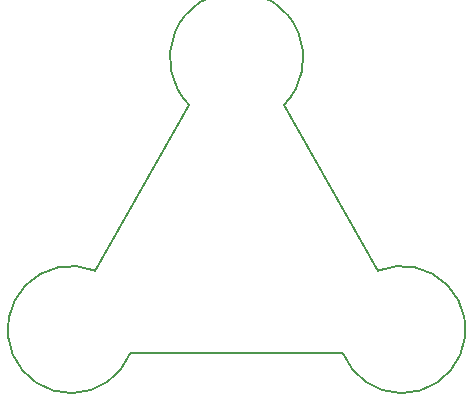
<source format=gbr>
G04 #@! TF.GenerationSoftware,KiCad,Pcbnew,(5.0.0)*
G04 #@! TF.CreationDate,2018-09-04T17:15:42+01:00*
G04 #@! TF.ProjectId,BlinkIR,426C696E6B49522E6B696361645F7063,rev?*
G04 #@! TF.SameCoordinates,Original*
G04 #@! TF.FileFunction,Profile,NP*
%FSLAX46Y46*%
G04 Gerber Fmt 4.6, Leading zero omitted, Abs format (unit mm)*
G04 Created by KiCad (PCBNEW (5.0.0)) date 09/04/18 17:15:42*
%MOMM*%
%LPD*%
G01*
G04 APERTURE LIST*
%ADD10C,0.150000*%
G04 APERTURE END LIST*
D10*
X180000001Y-54999999D02*
G75*
G02X187999999Y-54999999I3999999J3999999D01*
G01*
X174999999Y-75999999D02*
G75*
G02X171999999Y-69000001I-4999999J1999999D01*
G01*
X172000000Y-69000000D02*
X180000000Y-55000000D01*
X196000001Y-69000001D02*
G75*
G02X193000001Y-75999999I1999999J-4999999D01*
G01*
X196000000Y-69000000D02*
X188000000Y-55000000D01*
X175000000Y-76000000D02*
X193000000Y-76000000D01*
M02*

</source>
